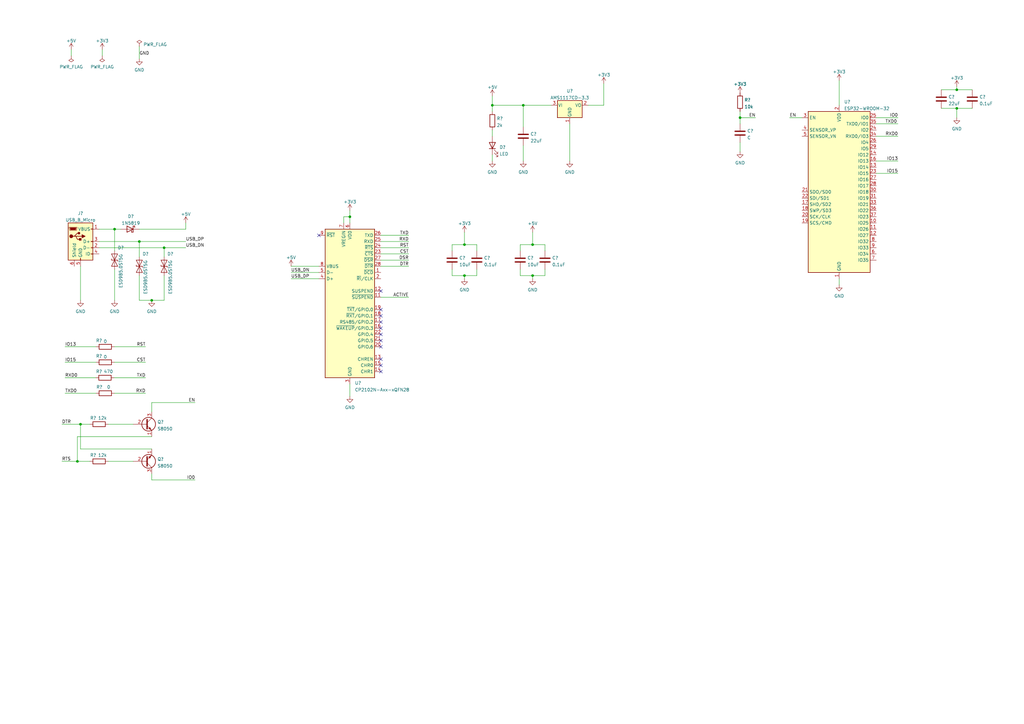
<source format=kicad_sch>
(kicad_sch (version 20211123) (generator eeschema)
  (paper "A3")
  (lib_symbols
    (symbol "Connector:USB_B_Micro" (pin_names (offset 1.016))
      (property "Reference" "J" (at -5.08 11.43 0))
      (property "Value" "USB_B_Micro" (at -5.08 8.89 0))
      (symbol "USB_B_Micro_0_1"
        (rectangle (start -5.08 -7.62) (end 5.08 7.62) (stroke (width 0.254)) (fill (type background)))
        (circle (center -3.81 2.159) (radius 0.635) (stroke (width 0.254)) (fill (type outline)))
        (circle (center -0.635 3.429) (radius 0.381) (stroke (width 0.254)) (fill (type outline)))
        (rectangle (start -0.127 -7.62) (end 0.127 -6.858))
        (polyline (pts (xy -1.905 2.159) (xy 0.635 2.159)) (stroke (width 0.254)))
        (polyline (pts (xy -3.175 2.159) (xy -2.54 2.159) (xy -1.27 3.429) (xy -0.635 3.429)) (stroke (width 0.254)))
        (polyline (pts (xy -2.54 2.159) (xy -1.905 2.159) (xy -1.27 0.889) (xy 0 0.889)) (stroke (width 0.254)))
        (polyline (pts (xy 0.635 2.794) (xy 0.635 1.524) (xy 1.905 2.159) (xy 0.635 2.794)) (stroke (width 0.254)) (fill (type outline)))
        (polyline (pts (xy -4.318 5.588) (xy -1.778 5.588) (xy -2.032 4.826) (xy -4.064 4.826) (xy -4.318 5.588)) (fill (type outline)))
        (polyline (pts (xy -4.699 5.842) (xy -4.699 5.588) (xy -4.445 4.826) (xy -4.445 4.572) (xy -1.651 4.572) (xy -1.651 4.826) (xy -1.397 5.588) (xy -1.397 5.842) (xy -4.699 5.842)))
        (rectangle (start 0.254 1.27) (end -0.508 0.508) (stroke (width 0.254)) (fill (type outline)))
        (rectangle (start 5.08 -5.207) (end 4.318 -4.953))
        (rectangle (start 5.08 -2.667) (end 4.318 -2.413))
        (rectangle (start 5.08 -0.127) (end 4.318 0.127))
        (rectangle (start 5.08 4.953) (end 4.318 5.207))
      )
      (symbol "USB_B_Micro_1_1"
        (pin power_out line (at 7.62 5.08 180) (length 2.54) (name "VBUS") (number "1"))
        (pin bidirectional line (at 7.62 -2.54 180) (length 2.54) (name "D-") (number "2"))
        (pin bidirectional line (at 7.62 0 180) (length 2.54) (name "D+") (number "3"))
        (pin passive line (at 7.62 -5.08 180) (length 2.54) (name "ID") (number "4"))
        (pin power_out line (at 0 -10.16 90) (length 2.54) (name "GND") (number "5"))
        (pin passive line (at -2.54 -10.16 90) (length 2.54) (name "Shield") (number "6"))
      )
    )
    (symbol "Device:C" (pin_numbers hide) (pin_names (offset 0.254))
      (property "Reference" "C" (at 0.635 2.54 0))
      (property "Value" "C" (at 0.635 -2.54 0))
      (symbol "C_0_1"
        (polyline (pts (xy -2.032 -0.762) (xy 2.032 -0.762)) (stroke (width 0.508)))
        (polyline (pts (xy -2.032 0.762) (xy 2.032 0.762)) (stroke (width 0.508)))
      )
      (symbol "C_1_1"
        (pin passive line (at 0 3.81 270) (length 2.794) (name "~") (number "1"))
        (pin passive line (at 0 -3.81 90) (length 2.794) (name "~") (number "2"))
      )
    )
    (symbol "Device:LED" (pin_numbers hide) (pin_names (offset 1.016) hide)
      (property "Reference" "D" (at 0 2.54 0))
      (property "Value" "LED" (at 0 -2.54 0))
      (symbol "LED_0_1"
        (polyline (pts (xy -1.27 -1.27) (xy -1.27 1.27)) (stroke (width 0.254)))
        (polyline (pts (xy -1.27 0) (xy 1.27 0)))
        (polyline (pts (xy 1.27 -1.27) (xy 1.27 1.27) (xy -1.27 0) (xy 1.27 -1.27)) (stroke (width 0.254)))
        (polyline (pts (xy -3.048 -0.762) (xy -4.572 -2.286) (xy -3.81 -2.286) (xy -4.572 -2.286) (xy -4.572 -1.524)))
        (polyline (pts (xy -1.778 -0.762) (xy -3.302 -2.286) (xy -2.54 -2.286) (xy -3.302 -2.286) (xy -3.302 -1.524)))
      )
      (symbol "LED_1_1"
        (pin passive line (at -3.81 0 0) (length 2.54) (name "K") (number "1"))
        (pin passive line (at 3.81 0 180) (length 2.54) (name "A") (number "2"))
      )
    )
    (symbol "Device:R" (pin_numbers hide) (pin_names (offset 0))
      (property "Reference" "R" (at 2.032 0 90))
      (property "Value" "R" (at 0 0 90))
      (symbol "R_0_1"
        (rectangle (start -1.016 -2.54) (end 1.016 2.54) (stroke (width 0.254)))
      )
      (symbol "R_1_1"
        (pin passive line (at 0 3.81 270) (length 1.27) (name "~") (number "1"))
        (pin passive line (at 0 -3.81 90) (length 1.27) (name "~") (number "2"))
      )
    )
    (symbol "Diode:1N5819" (pin_numbers hide) (pin_names (offset 1.016) hide)
      (property "Reference" "D" (at 0 2.54 0))
      (property "Value" "1N5819" (at 0 -2.54 0))
      (symbol "1N5819_0_1"
        (polyline (pts (xy 1.27 0) (xy -1.27 0)))
        (polyline (pts (xy 1.27 1.27) (xy 1.27 -1.27) (xy -1.27 0) (xy 1.27 1.27)) (stroke (width 0.254)))
        (polyline (pts (xy -1.905 0.635) (xy -1.905 1.27) (xy -1.27 1.27) (xy -1.27 -1.27) (xy -0.635 -1.27) (xy -0.635 -0.635)) (stroke (width 0.254)))
      )
      (symbol "1N5819_1_1"
        (pin passive line (at -3.81 0 0) (length 2.54) (name "K") (number "1"))
        (pin passive line (at 3.81 0 180) (length 2.54) (name "A") (number "2"))
      )
    )
    (symbol "Diode:ESD9B5.0ST5G" (pin_numbers hide) (pin_names (offset 1.016) hide)
      (property "Reference" "D" (at 0 2.54 0))
      (property "Value" "ESD9B5.0ST5G" (at 0 -2.54 0))
      (symbol "ESD9B5.0ST5G_0_1"
        (polyline (pts (xy 1.27 0) (xy -1.27 0)))
        (polyline (pts (xy -2.54 -1.27) (xy 0 0) (xy -2.54 1.27) (xy -2.54 -1.27)) (stroke (width 0.2032)))
        (polyline (pts (xy 0.508 1.27) (xy 0 1.27) (xy 0 -1.27) (xy -0.508 -1.27)) (stroke (width 0.2032)))
        (polyline (pts (xy 2.54 1.27) (xy 2.54 -1.27) (xy 0 0) (xy 2.54 1.27)) (stroke (width 0.2032)))
      )
      (symbol "ESD9B5.0ST5G_1_1"
        (pin passive line (at -3.81 0 0) (length 2.54) (name "A1") (number "1"))
        (pin passive line (at 3.81 0 180) (length 2.54) (name "A2") (number "2"))
      )
    )
    (symbol "Interface_USB:CP2102N-Axx-xQFN28"
      (property "Reference" "U" (at -8.89 31.75 0))
      (property "Value" "CP2102N-Axx-xQFN28" (at 12.7 31.75 0))
      (symbol "CP2102N-Axx-xQFN28_0_1"
        (rectangle (start -10.16 30.48) (end 10.16 -30.48) (stroke (width 0.254)) (fill (type background)))
      )
      (symbol "CP2102N-Axx-xQFN28_1_1"
        (pin input line (at 12.7 12.7 180) (length 2.54) (name "~{DCD}") (number "1"))
        (pin no_connect line (at -10.16 -27.94 0) (length 2.54) hide (name "NC") (number "10"))
        (pin output line (at 12.7 2.54 180) (length 2.54) (name "~{SUSPEND}") (number "11"))
        (pin output line (at 12.7 5.08 180) (length 2.54) (name "SUSPEND") (number "12"))
        (pin output line (at 12.7 -22.86 180) (length 2.54) (name "CHREN") (number "13"))
        (pin output line (at 12.7 -27.94 180) (length 2.54) (name "CHR1") (number "14"))
        (pin output line (at 12.7 -25.4 180) (length 2.54) (name "CHR0") (number "15"))
        (pin bidirectional line (at 12.7 -10.16 180) (length 2.54) (name "~{WAKEUP}/GPIO.3") (number "16"))
        (pin bidirectional line (at 12.7 -7.62 180) (length 2.54) (name "RS485/GPIO.2") (number "17"))
        (pin bidirectional line (at 12.7 -5.08 180) (length 2.54) (name "~{RXT}/GPIO.1") (number "18"))
        (pin bidirectional line (at 12.7 -2.54 180) (length 2.54) (name "~{TXT}/GPIO.0") (number "19"))
        (pin bidirectional line (at 12.7 10.16 180) (length 2.54) (name "~{RI}/CLK") (number "2"))
        (pin bidirectional line (at 12.7 -17.78 180) (length 2.54) (name "GPIO.6") (number "20"))
        (pin bidirectional line (at 12.7 -15.24 180) (length 2.54) (name "GPIO.5") (number "21"))
        (pin bidirectional line (at 12.7 -12.7 180) (length 2.54) (name "GPIO.4") (number "22"))
        (pin input line (at 12.7 20.32 180) (length 2.54) (name "~{CTS}") (number "23"))
        (pin output line (at 12.7 22.86 180) (length 2.54) (name "~{RTS}") (number "24"))
        (pin input line (at 12.7 25.4 180) (length 2.54) (name "RXD") (number "25"))
        (pin output line (at 12.7 27.94 180) (length 2.54) (name "TXD") (number "26"))
        (pin input line (at 12.7 17.78 180) (length 2.54) (name "~{DSR}") (number "27"))
        (pin output line (at 12.7 15.24 180) (length 2.54) (name "~{DTR}") (number "28"))
        (pin passive line (at 0 -33.02 90) (length 2.54) hide (name "GND") (number "29"))
        (pin power_in line (at 0 -33.02 90) (length 2.54) (name "GND") (number "3"))
        (pin bidirectional line (at -12.7 10.16 0) (length 2.54) (name "D+") (number "4"))
        (pin bidirectional line (at -12.7 12.7 0) (length 2.54) (name "D-") (number "5"))
        (pin power_in line (at 0 33.02 270) (length 2.54) (name "VDD") (number "6"))
        (pin power_in line (at -2.54 33.02 270) (length 2.54) (name "VREGIN") (number "7"))
        (pin input line (at -12.7 15.24 0) (length 2.54) (name "VBUS") (number "8"))
        (pin input line (at -12.7 27.94 0) (length 2.54) (name "~{RST}") (number "9"))
      )
    )
    (symbol "RF_Module:ESP32-WROOM-32"
      (property "Reference" "U" (at -12.7 34.29 0))
      (property "Value" "ESP32-WROOM-32" (at 1.27 34.29 0))
      (symbol "ESP32-WROOM-32_0_1"
        (rectangle (start -12.7 33.02) (end 12.7 -33.02) (stroke (width 0.254)) (fill (type background)))
      )
      (symbol "ESP32-WROOM-32_1_1"
        (pin power_in line (at 0 -35.56 90) (length 2.54) (name "GND") (number "1"))
        (pin bidirectional line (at 15.24 -12.7 180) (length 2.54) (name "IO25") (number "10"))
        (pin bidirectional line (at 15.24 -15.24 180) (length 2.54) (name "IO26") (number "11"))
        (pin bidirectional line (at 15.24 -17.78 180) (length 2.54) (name "IO27") (number "12"))
        (pin bidirectional line (at 15.24 10.16 180) (length 2.54) (name "IO14") (number "13"))
        (pin bidirectional line (at 15.24 15.24 180) (length 2.54) (name "IO12") (number "14"))
        (pin passive line (at 0 -35.56 90) (length 2.54) hide (name "GND") (number "15"))
        (pin bidirectional line (at 15.24 12.7 180) (length 2.54) (name "IO13") (number "16"))
        (pin bidirectional line (at -15.24 -5.08 0) (length 2.54) (name "SHD/SD2") (number "17"))
        (pin bidirectional line (at -15.24 -7.62 0) (length 2.54) (name "SWP/SD3") (number "18"))
        (pin bidirectional line (at -15.24 -12.7 0) (length 2.54) (name "SCS/CMD") (number "19"))
        (pin power_in line (at 0 35.56 270) (length 2.54) (name "VDD") (number "2"))
        (pin bidirectional line (at -15.24 -10.16 0) (length 2.54) (name "SCK/CLK") (number "20"))
        (pin bidirectional line (at -15.24 0 0) (length 2.54) (name "SDO/SD0") (number "21"))
        (pin bidirectional line (at -15.24 -2.54 0) (length 2.54) (name "SDI/SD1") (number "22"))
        (pin bidirectional line (at 15.24 7.62 180) (length 2.54) (name "IO15") (number "23"))
        (pin bidirectional line (at 15.24 25.4 180) (length 2.54) (name "IO2") (number "24"))
        (pin bidirectional line (at 15.24 30.48 180) (length 2.54) (name "IO0") (number "25"))
        (pin bidirectional line (at 15.24 20.32 180) (length 2.54) (name "IO4") (number "26"))
        (pin bidirectional line (at 15.24 5.08 180) (length 2.54) (name "IO16") (number "27"))
        (pin bidirectional line (at 15.24 2.54 180) (length 2.54) (name "IO17") (number "28"))
        (pin bidirectional line (at 15.24 17.78 180) (length 2.54) (name "IO5") (number "29"))
        (pin input line (at -15.24 30.48 0) (length 2.54) (name "EN") (number "3"))
        (pin bidirectional line (at 15.24 0 180) (length 2.54) (name "IO18") (number "30"))
        (pin bidirectional line (at 15.24 -2.54 180) (length 2.54) (name "IO19") (number "31"))
        (pin no_connect line (at -12.7 -27.94 0) (length 2.54) hide (name "NC") (number "32"))
        (pin bidirectional line (at 15.24 -5.08 180) (length 2.54) (name "IO21") (number "33"))
        (pin bidirectional line (at 15.24 22.86 180) (length 2.54) (name "RXD0/IO3") (number "34"))
        (pin bidirectional line (at 15.24 27.94 180) (length 2.54) (name "TXD0/IO1") (number "35"))
        (pin bidirectional line (at 15.24 -7.62 180) (length 2.54) (name "IO22") (number "36"))
        (pin bidirectional line (at 15.24 -10.16 180) (length 2.54) (name "IO23") (number "37"))
        (pin passive line (at 0 -35.56 90) (length 2.54) hide (name "GND") (number "38"))
        (pin passive line (at 0 -35.56 90) (length 2.54) hide (name "GND") (number "39"))
        (pin input line (at -15.24 25.4 0) (length 2.54) (name "SENSOR_VP") (number "4"))
        (pin input line (at -15.24 22.86 0) (length 2.54) (name "SENSOR_VN") (number "5"))
        (pin input line (at 15.24 -25.4 180) (length 2.54) (name "IO34") (number "6"))
        (pin input line (at 15.24 -27.94 180) (length 2.54) (name "IO35") (number "7"))
        (pin bidirectional line (at 15.24 -20.32 180) (length 2.54) (name "IO32") (number "8"))
        (pin bidirectional line (at 15.24 -22.86 180) (length 2.54) (name "IO33") (number "9"))
      )
    )
    (symbol "Regulator_Linear:AMS1117CD-3.3" (pin_names (offset 0.254))
      (property "Reference" "U" (at -3.81 3.175 0))
      (property "Value" "AMS1117CD-3.3" (at 0 3.175 0))
      (symbol "AMS1117CD-3.3_0_1"
        (rectangle (start -5.08 -5.08) (end 5.08 1.905) (stroke (width 0.254)) (fill (type background)))
      )
      (symbol "AMS1117CD-3.3_1_1"
        (pin power_in line (at 0 -7.62 90) (length 2.54) (name "GND") (number "1"))
        (pin power_out line (at 7.62 0 180) (length 2.54) (name "VO") (number "2"))
        (pin power_in line (at -7.62 0 0) (length 2.54) (name "VI") (number "3"))
      )
    )
    (symbol "Transistor_BJT:S8050" (pin_names (offset 0) hide)
      (property "Reference" "Q" (at 5.08 1.905 0))
      (property "Value" "S8050" (at 5.08 0 0))
      (symbol "S8050_0_1"
        (polyline (pts (xy 0 0) (xy 0.635 0)))
        (polyline (pts (xy 0.635 0.635) (xy 2.54 2.54)))
        (polyline (pts (xy 0.635 -0.635) (xy 2.54 -2.54) (xy 2.54 -2.54)))
        (polyline (pts (xy 0.635 1.905) (xy 0.635 -1.905) (xy 0.635 -1.905)) (stroke (width 0.508)))
        (polyline (pts (xy 1.27 -1.778) (xy 1.778 -1.27) (xy 2.286 -2.286) (xy 1.27 -1.778) (xy 1.27 -1.778)) (fill (type outline)))
        (circle (center 1.27 0) (radius 2.8194) (stroke (width 0.254)))
      )
      (symbol "S8050_1_1"
        (pin passive line (at 2.54 -5.08 90) (length 2.54) (name "E") (number "1"))
        (pin input line (at -5.08 0 0) (length 5.08) (name "B") (number "2"))
        (pin passive line (at 2.54 5.08 270) (length 2.54) (name "C") (number "3"))
      )
    )
    (symbol "power:+3.3V" (power) (pin_names (offset 0))
      (property "Value" "+3.3V" (at 0 3.556 0))
      (symbol "+3.3V_0_1"
        (polyline (pts (xy -0.762 1.27) (xy 0 2.54)))
        (polyline (pts (xy 0 0) (xy 0 2.54)))
        (polyline (pts (xy 0 2.54) (xy 0.762 1.27)))
      )
      (symbol "+3.3V_1_1"
        (pin power_in line (at 0 0 90) (length 0) hide (name "+3V3") (number "1"))
      )
    )
    (symbol "power:+5V" (power) (pin_names (offset 0))
      (property "Value" "+5V" (at 0 3.556 0))
      (symbol "+5V_0_1"
        (polyline (pts (xy -0.762 1.27) (xy 0 2.54)))
        (polyline (pts (xy 0 0) (xy 0 2.54)))
        (polyline (pts (xy 0 2.54) (xy 0.762 1.27)))
      )
      (symbol "+5V_1_1"
        (pin power_in line (at 0 0 90) (length 0) hide (name "+5V") (number "1"))
      )
    )
    (symbol "power:GND" (power) (pin_names (offset 0))
      (property "Value" "GND" (at 0 -3.81 0))
      (symbol "GND_0_1"
        (polyline (pts (xy 0 0) (xy 0 -1.27) (xy 1.27 -1.27) (xy 0 -2.54) (xy -1.27 -1.27) (xy 0 -1.27)))
      )
      (symbol "GND_1_1"
        (pin power_in line (at 0 0 270) (length 0) hide (name "GND") (number "1"))
      )
    )
    (symbol "power:PWR_FLAG" (power) (pin_numbers hide) (pin_names (offset 0) hide)
      (property "Value" "PWR_FLAG" (at 0 3.81 0))
      (symbol "PWR_FLAG_0_0"
        (pin power_out line (at 0 0 90) (length 0) (name "pwr") (number "1"))
      )
      (symbol "PWR_FLAG_0_1"
        (polyline (pts (xy 0 0) (xy 0 1.27) (xy -1.016 1.905) (xy 0 2.54) (xy 1.016 1.905) (xy 0 1.27)))
      )
    )
  )
  (junction (at 143.51 88.9))
  (junction (at 31.75 189.23))
  (junction (at 201.93 43.18))
  (junction (at 218.44 113.03))
  (junction (at 392.43 36.83))
  (junction (at 303.53 48.26))
  (junction (at 46.99 93.98))
  (junction (at 33.02 173.99))
  (junction (at 62.23 123.19))
  (junction (at 218.44 100.33))
  (junction (at 392.43 44.45))
  (junction (at 214.63 43.18))
  (junction (at 57.15 99.06))
  (junction (at 67.31 101.6))
  (junction (at 190.5 100.33))
  (junction (at 190.5 113.03))
  (no_connect (at 156.21 119.38))
  (no_connect (at 156.21 147.32))
  (no_connect (at 156.21 152.4))
  (no_connect (at 156.21 142.24))
  (no_connect (at 156.21 149.86))
  (no_connect (at 156.21 127))
  (no_connect (at 156.21 139.7))
  (no_connect (at 156.21 129.54))
  (no_connect (at 156.21 132.08))
  (no_connect (at 156.21 134.62))
  (no_connect (at 156.21 137.16))
  (no_connect (at 130.81 96.52))
  (wire (pts (xy 190.5 113.03) (xy 190.5 114.3)))
  (wire (pts (xy 26.67 148.59) (xy 39.37 148.59)))
  (wire (pts (xy 46.99 93.98) (xy 49.53 93.98)))
  (wire (pts (xy 303.53 48.26) (xy 303.53 50.8)))
  (wire (pts (xy 140.97 88.9) (xy 143.51 88.9)))
  (wire (pts (xy 156.21 96.52) (xy 167.64 96.52)))
  (wire (pts (xy 25.4 189.23) (xy 31.75 189.23)))
  (wire (pts (xy 201.93 63.5) (xy 201.93 66.04)))
  (wire (pts (xy 218.44 113.03) (xy 218.44 114.3)))
  (wire (pts (xy 62.23 184.15) (xy 33.02 184.15)))
  (wire (pts (xy 29.21 20.32) (xy 29.21 22.86)))
  (wire (pts (xy 303.53 45.72) (xy 303.53 48.26)))
  (wire (pts (xy 62.23 165.1) (xy 80.01 165.1)))
  (wire (pts (xy 185.42 100.33) (xy 190.5 100.33)))
  (wire (pts (xy 57.15 19.05) (xy 57.15 24.13)))
  (wire (pts (xy 26.67 161.29) (xy 39.37 161.29)))
  (wire (pts (xy 201.93 39.37) (xy 201.93 43.18)))
  (wire (pts (xy 359.41 55.88) (xy 368.3 55.88)))
  (wire (pts (xy 44.45 189.23) (xy 54.61 189.23)))
  (wire (pts (xy 386.08 44.45) (xy 392.43 44.45)))
  (wire (pts (xy 143.51 86.36) (xy 143.51 88.9)))
  (wire (pts (xy 67.31 113.03) (xy 67.31 123.19)))
  (wire (pts (xy 26.67 142.24) (xy 39.37 142.24)))
  (wire (pts (xy 218.44 100.33) (xy 223.52 100.33)))
  (wire (pts (xy 31.75 189.23) (xy 36.83 189.23)))
  (wire (pts (xy 62.23 165.1) (xy 62.23 168.91)))
  (wire (pts (xy 247.65 34.29) (xy 247.65 43.18)))
  (wire (pts (xy 67.31 101.6) (xy 67.31 105.41)))
  (wire (pts (xy 57.15 113.03) (xy 57.15 123.19)))
  (wire (pts (xy 25.4 173.99) (xy 33.02 173.99)))
  (wire (pts (xy 223.52 113.03) (xy 223.52 110.49)))
  (wire (pts (xy 201.93 43.18) (xy 201.93 45.72)))
  (wire (pts (xy 40.64 101.6) (xy 67.31 101.6)))
  (wire (pts (xy 140.97 91.44) (xy 140.97 88.9)))
  (wire (pts (xy 185.42 110.49) (xy 185.42 113.03)))
  (wire (pts (xy 190.5 113.03) (xy 195.58 113.03)))
  (wire (pts (xy 392.43 36.83) (xy 398.78 36.83)))
  (wire (pts (xy 359.41 66.04) (xy 368.3 66.04)))
  (wire (pts (xy 223.52 100.33) (xy 223.52 102.87)))
  (wire (pts (xy 392.43 36.83) (xy 392.43 35.56)))
  (wire (pts (xy 26.67 154.94) (xy 39.2456 154.94)))
  (wire (pts (xy 143.51 157.48) (xy 143.51 162.56)))
  (wire (pts (xy 156.21 106.68) (xy 167.64 106.68)))
  (wire (pts (xy 185.42 102.87) (xy 185.42 100.33)))
  (wire (pts (xy 119.38 111.76) (xy 130.81 111.76)))
  (wire (pts (xy 213.36 110.49) (xy 213.36 113.03)))
  (wire (pts (xy 303.53 48.26) (xy 309.88 48.26)))
  (wire (pts (xy 359.41 71.12) (xy 368.3 71.12)))
  (wire (pts (xy 46.99 110.49) (xy 46.99 123.19)))
  (wire (pts (xy 67.31 123.19) (xy 62.23 123.19)))
  (wire (pts (xy 213.36 100.33) (xy 218.44 100.33)))
  (wire (pts (xy 46.99 148.59) (xy 59.69 148.59)))
  (wire (pts (xy 76.2 91.44) (xy 76.2 93.98)))
  (wire (pts (xy 201.93 43.18) (xy 214.63 43.18)))
  (wire (pts (xy 57.15 93.98) (xy 76.2 93.98)))
  (wire (pts (xy 218.44 113.03) (xy 223.52 113.03)))
  (wire (pts (xy 233.68 50.8) (xy 233.68 66.04)))
  (wire (pts (xy 33.02 109.22) (xy 33.02 123.19)))
  (wire (pts (xy 40.64 99.06) (xy 57.15 99.06)))
  (wire (pts (xy 62.23 196.85) (xy 80.01 196.85)))
  (wire (pts (xy 156.21 109.22) (xy 167.64 109.22)))
  (wire (pts (xy 213.36 102.87) (xy 213.36 100.33)))
  (wire (pts (xy 185.42 113.03) (xy 190.5 113.03)))
  (wire (pts (xy 195.58 113.03) (xy 195.58 110.49)))
  (wire (pts (xy 156.21 99.06) (xy 167.64 99.06)))
  (wire (pts (xy 323.85 48.26) (xy 328.93 48.26)))
  (wire (pts (xy 143.51 88.9) (xy 143.51 91.44)))
  (wire (pts (xy 57.15 99.06) (xy 76.2 99.06)))
  (wire (pts (xy 241.3 43.18) (xy 247.65 43.18)))
  (wire (pts (xy 359.41 48.26) (xy 368.3 48.26)))
  (wire (pts (xy 359.41 50.8) (xy 368.3 50.8)))
  (wire (pts (xy 214.63 43.18) (xy 214.63 52.07)))
  (wire (pts (xy 33.02 184.15) (xy 33.02 173.99)))
  (wire (pts (xy 156.21 101.6) (xy 167.64 101.6)))
  (wire (pts (xy 344.17 33.02) (xy 344.17 43.18)))
  (wire (pts (xy 190.5 100.33) (xy 195.58 100.33)))
  (wire (pts (xy 218.44 95.25) (xy 218.44 100.33)))
  (wire (pts (xy 31.75 189.23) (xy 31.75 179.07)))
  (wire (pts (xy 62.23 194.31) (xy 62.23 196.85)))
  (wire (pts (xy 46.99 142.24) (xy 59.69 142.24)))
  (wire (pts (xy 57.15 123.19) (xy 62.23 123.19)))
  (wire (pts (xy 41.91 20.32) (xy 41.91 22.86)))
  (wire (pts (xy 119.38 114.3) (xy 130.81 114.3)))
  (wire (pts (xy 344.17 114.3) (xy 344.17 116.84)))
  (wire (pts (xy 190.5 95.25) (xy 190.5 100.33)))
  (wire (pts (xy 214.63 43.18) (xy 226.06 43.18)))
  (wire (pts (xy 213.36 113.03) (xy 218.44 113.03)))
  (wire (pts (xy 214.63 59.69) (xy 214.63 66.04)))
  (wire (pts (xy 201.93 53.34) (xy 201.93 55.88)))
  (wire (pts (xy 392.43 44.45) (xy 398.78 44.45)))
  (wire (pts (xy 44.45 173.99) (xy 54.61 173.99)))
  (wire (pts (xy 40.64 93.98) (xy 46.99 93.98)))
  (wire (pts (xy 57.15 99.06) (xy 57.15 105.41)))
  (wire (pts (xy 46.8656 154.94) (xy 59.69 154.94)))
  (wire (pts (xy 31.75 179.07) (xy 62.23 179.07)))
  (wire (pts (xy 392.43 44.45) (xy 392.43 48.26)))
  (wire (pts (xy 156.21 104.14) (xy 167.64 104.14)))
  (wire (pts (xy 386.08 36.83) (xy 392.43 36.83)))
  (wire (pts (xy 303.53 58.42) (xy 303.53 62.23)))
  (wire (pts (xy 67.31 101.6) (xy 76.2 101.6)))
  (wire (pts (xy 46.99 161.29) (xy 59.69 161.29)))
  (wire (pts (xy 195.58 100.33) (xy 195.58 102.87)))
  (wire (pts (xy 119.38 109.22) (xy 130.81 109.22)))
  (wire (pts (xy 46.99 102.87) (xy 46.99 93.98)))
  (wire (pts (xy 33.02 173.99) (xy 36.83 173.99)))
  (wire (pts (xy 156.21 121.92) (xy 167.64 121.92)))
  (label "ACTIVE" (at 167.64 121.92 180))
  (label "EN" (at 309.88 48.26 180))
  (label "RST" (at 167.64 101.6 180))
  (label "GND" (at 57.15 22.86 0))
  (label "EN" (at 80.01 165.1 180))
  (label "IO15" (at 26.67 148.59 0))
  (label "IO13" (at 26.67 142.24 0))
  (label "RXD" (at 59.69 161.29 180))
  (label "USB_DN" (at 76.2 101.6 0))
  (label "RXD" (at 167.64 99.06 180))
  (label "TXD0" (at 367.9203 50.8 180))
  (label "USB_DP" (at 119.38 114.3 0))
  (label "CST" (at 167.64 104.14 180))
  (label "DSR" (at 167.64 106.68 180))
  (label "DTR" (at 167.64 109.22 180))
  (label "CST" (at 59.69 148.59 180))
  (label "IO0" (at 80.01 196.85 180))
  (label "EN" (at 323.85 48.26 0))
  (label "TXD" (at 59.69 154.94 180))
  (label "TXD" (at 167.64 96.52 180))
  (label "IO15" (at 368.3 71.12 180))
  (label "TXD0" (at 26.67 161.29 0))
  (label "DTR" (at 25.4 173.99 0))
  (label "RXD0" (at 368.3 55.88 180))
  (label "RTS" (at 25.4 189.23 0))
  (label "RST" (at 59.69 142.24 180))
  (label "IO0" (at 368.3 48.26 180))
  (label "USB_DP" (at 76.2 99.06 0))
  (label "IO13" (at 368.3 66.04 180))
  (label "RXD0" (at 26.67 154.94 0))
  (label "USB_DN" (at 119.38 111.76 0))
  (symbol (lib_id "Transistor_BJT:S8050") (at 59.69 173.99 0) (unit 1)
    (property "Reference" "Q?" (at 64.5414 173.0815 0) (effects (justify left)))
    (property "Value" "S8050" (at 64.5414 175.8566 0) (effects (justify left)))
    (property "Footprint" "Package_TO_SOT_THT:TO-92_Inline" (effects hide))
    (property "Datasheet" "http://www.unisonic.com.tw/datasheet/S8050.pdf" (effects hide))
  )
  (symbol (lib_id "power:GND") (at 201.93 66.04 0) (unit 1)
    (property "Reference" "#PWR0107" (effects hide))
    (property "Value" "GND" (at 201.93 70.6025 0))
  )
  (symbol (lib_id "power:+3.3V") (at 190.5 95.25 0) (unit 1)
    (property "Reference" "#PWR?" (effects hide))
    (property "Value" "+3.3V" (at 190.5 91.6455 0))
  )
  (symbol (lib_id "Diode:ESD9B5.0ST5G") (at 57.15 109.22 90) (unit 1)
    (property "Reference" "D?" (at 58.42 104.14 90) (effects (justify right)))
    (property "Value" "ESD9B5.0ST5G" (at 59.69 106.68 0) (effects (justify right)))
    (property "Footprint" "Diode_SMD:D_SOD-923" (effects hide))
    (property "Datasheet" "https://www.onsemi.com/pub/Collateral/ESD9B-D.PDF" (effects hide))
  )
  (symbol (lib_id "Device:R") (at 43.18 148.59 90) (unit 1)
    (property "Reference" "R?" (at 40.64 146.05 90))
    (property "Value" "0" (at 43.18 146.3826 90))
  )
  (symbol (lib_id "RF_Module:ESP32-WROOM-32") (at 344.17 78.74 0) (unit 1)
    (property "Reference" "U?" (at 346.1894 41.7535 0) (effects (justify left)))
    (property "Value" "ESP32-WROOM-32" (at 346.1894 44.5286 0) (effects (justify left)))
    (property "Footprint" "RF_Module:ESP32-WROOM-32" (effects hide))
    (property "Datasheet" "https://www.espressif.com/sites/default/files/documentation/esp32-wroom-32_datasheet_en.pdf" (effects hide))
  )
  (symbol (lib_id "power:+5V") (at 76.2 91.44 0) (unit 1)
    (property "Reference" "#PWR?" (effects hide))
    (property "Value" "+5V" (at 76.2 87.8355 0))
  )
  (symbol (lib_id "Device:R") (at 40.64 189.23 90) (unit 1)
    (property "Reference" "R?" (at 38.2244 186.69 90))
    (property "Value" "12k" (at 42.0344 186.69 90))
  )
  (symbol (lib_id "Transistor_BJT:S8050") (at 59.69 189.23 0) (mirror x) (unit 1)
    (property "Reference" "Q?" (at 64.5414 188.3215 0) (effects (justify left)))
    (property "Value" "S8050" (at 64.5414 191.0966 0) (effects (justify left)))
    (property "Footprint" "Package_TO_SOT_THT:TO-92_Inline" (effects hide))
    (property "Datasheet" "http://www.unisonic.com.tw/datasheet/S8050.pdf" (effects hide))
  )
  (symbol (lib_id "power:+5V") (at 119.38 109.22 0) (unit 1)
    (property "Reference" "#PWR?" (effects hide))
    (property "Value" "+5V" (at 119.38 105.6155 0))
  )
  (symbol (lib_id "Device:R") (at 43.18 161.29 90) (unit 1)
    (property "Reference" "R?" (at 40.7644 158.75 90))
    (property "Value" "0" (at 44.5744 158.75 90))
  )
  (symbol (lib_id "Diode:1N5819") (at 53.34 93.98 0) (mirror y) (unit 1)
    (property "Reference" "D?" (at 53.6575 88.7435 0))
    (property "Value" "1N5819" (at 53.6575 91.5186 0))
    (property "Footprint" "Diode_THT:D_DO-41_SOD81_P10.16mm_Horizontal" (effects hide))
    (property "Datasheet" "http://www.vishay.com/docs/88525/1n5817.pdf" (effects hide))
  )
  (symbol (lib_id "power:PWR_FLAG") (at 29.21 22.86 180) (unit 1)
    (property "Reference" "#FLG0102" (effects hide))
    (property "Value" "PWR_FLAG" (at 29.21 27.4225 0))
  )
  (symbol (lib_id "Device:C") (at 398.78 40.64 0) (unit 1)
    (property "Reference" "C?" (at 401.701 39.7315 0) (effects (justify left)))
    (property "Value" "0.1uF" (at 401.701 42.5066 0) (effects (justify left)))
  )
  (symbol (lib_id "power:GND") (at 214.63 66.04 0) (unit 1)
    (property "Reference" "#PWR0106" (effects hide))
    (property "Value" "GND" (at 214.63 70.6025 0))
  )
  (symbol (lib_id "Device:C") (at 214.63 55.88 0) (unit 1)
    (property "Reference" "C?" (at 217.551 54.9715 0) (effects (justify left)))
    (property "Value" "22uF" (at 217.551 57.7466 0) (effects (justify left)))
  )
  (symbol (lib_id "power:+3.3V") (at 344.17 33.02 0) (unit 1)
    (property "Reference" "#PWR?" (effects hide))
    (property "Value" "+3.3V" (at 344.17 29.4155 0))
  )
  (symbol (lib_id "Device:C") (at 185.42 106.68 0) (unit 1)
    (property "Reference" "C?" (at 188.341 105.7715 0) (effects (justify left)))
    (property "Value" "10uF" (at 188.341 108.5466 0) (effects (justify left)))
  )
  (symbol (lib_id "Diode:ESD9B5.0ST5G") (at 46.99 106.68 90) (unit 1)
    (property "Reference" "D?" (at 48.26 101.6 90) (effects (justify right)))
    (property "Value" "ESD9B5.0ST5G" (at 49.53 104.14 0) (effects (justify right)))
    (property "Footprint" "Diode_SMD:D_SOD-923" (effects hide))
    (property "Datasheet" "https://www.onsemi.com/pub/Collateral/ESD9B-D.PDF" (effects hide))
  )
  (symbol (lib_id "power:GND") (at 46.99 123.19 0) (unit 1)
    (property "Reference" "#PWR?" (effects hide))
    (property "Value" "GND" (at 46.99 127.7525 0))
  )
  (symbol (lib_id "power:GND") (at 218.44 114.3 0) (unit 1)
    (property "Reference" "#PWR?" (effects hide))
    (property "Value" "GND" (at 218.44 118.8625 0))
  )
  (symbol (lib_id "power:GND") (at 57.15 24.13 0) (unit 1)
    (property "Reference" "#PWR0105" (effects hide))
    (property "Value" "GND" (at 57.15 28.6925 0))
  )
  (symbol (lib_id "Device:C") (at 195.58 106.68 0) (unit 1)
    (property "Reference" "C?" (at 198.501 105.7715 0) (effects (justify left)))
    (property "Value" "0.1uF" (at 198.501 108.5466 0) (effects (justify left)))
  )
  (symbol (lib_id "Device:C") (at 303.53 54.61 0) (unit 1)
    (property "Reference" "C?" (at 306.451 53.7015 0) (effects (justify left)))
    (property "Value" "C" (at 306.451 56.4766 0) (effects (justify left)))
  )
  (symbol (lib_id "Device:R") (at 40.64 173.99 90) (unit 1)
    (property "Reference" "R?" (at 38.2244 171.45 90))
    (property "Value" "12k" (at 42.0344 171.45 90))
  )
  (symbol (lib_id "power:+3.3V") (at 392.43 35.56 0) (unit 1)
    (property "Reference" "#PWR?" (effects hide))
    (property "Value" "+3.3V" (at 392.43 31.9555 0))
  )
  (symbol (lib_id "power:+5V") (at 201.93 39.37 0) (unit 1)
    (property "Reference" "#PWR0104" (effects hide))
    (property "Value" "+5V" (at 201.93 35.7655 0))
  )
  (symbol (lib_id "Device:R") (at 201.93 49.53 0) (unit 1)
    (property "Reference" "R?" (at 203.708 48.6215 0) (effects (justify left)))
    (property "Value" "2k" (at 203.708 51.3966 0) (effects (justify left)))
  )
  (symbol (lib_id "power:GND") (at 33.02 123.19 0) (unit 1)
    (property "Reference" "#PWR0101" (effects hide))
    (property "Value" "GND" (at 33.02 127.7525 0))
  )
  (symbol (lib_id "power:PWR_FLAG") (at 41.91 22.86 180) (unit 1)
    (property "Reference" "#FLG0103" (effects hide))
    (property "Value" "PWR_FLAG" (at 41.91 27.4225 0))
  )
  (symbol (lib_id "power:GND") (at 303.53 62.23 0) (unit 1)
    (property "Reference" "#PWR?" (effects hide))
    (property "Value" "GND" (at 303.53 66.7925 0))
  )
  (symbol (lib_id "power:GND") (at 344.17 116.84 0) (unit 1)
    (property "Reference" "#PWR?" (effects hide))
    (property "Value" "GND" (at 344.17 121.4025 0))
  )
  (symbol (lib_id "Device:LED") (at 201.93 59.69 90) (unit 1)
    (property "Reference" "D?" (at 204.851 60.369 90) (effects (justify right)))
    (property "Value" "LED" (at 204.851 63.1441 90) (effects (justify right)))
  )
  (symbol (lib_id "Interface_USB:CP2102N-Axx-xQFN28") (at 143.51 124.46 0) (unit 1)
    (property "Reference" "U?" (at 145.5294 157.0895 0) (effects (justify left)))
    (property "Value" "CP2102N-Axx-xQFN28" (at 145.5294 159.8646 0) (effects (justify left)))
    (property "Footprint" "Package_DFN_QFN:QFN-28-1EP_5x5mm_P0.5mm_EP3.35x3.35mm" (effects hide))
    (property "Datasheet" "https://www.silabs.com/documents/public/data-sheets/cp2102n-datasheet.pdf" (effects hide))
  )
  (symbol (lib_id "power:+5V") (at 218.44 95.25 0) (unit 1)
    (property "Reference" "#PWR?" (effects hide))
    (property "Value" "+5V" (at 218.44 91.6455 0))
  )
  (symbol (lib_id "Device:C") (at 223.52 106.68 0) (unit 1)
    (property "Reference" "C?" (at 226.441 105.7715 0) (effects (justify left)))
    (property "Value" "0.1uF" (at 226.441 108.5466 0) (effects (justify left)))
  )
  (symbol (lib_id "Device:R") (at 303.53 41.91 0) (unit 1)
    (property "Reference" "R?" (at 305.308 41.0015 0) (effects (justify left)))
    (property "Value" "10k" (at 305.308 43.7766 0) (effects (justify left)))
  )
  (symbol (lib_id "power:+3.3V") (at 41.91 20.32 0) (unit 1)
    (property "Reference" "#PWR0109" (effects hide))
    (property "Value" "+3.3V" (at 41.91 16.7155 0))
  )
  (symbol (lib_id "power:GND") (at 143.51 162.56 0) (unit 1)
    (property "Reference" "#PWR?" (effects hide))
    (property "Value" "GND" (at 143.51 167.1225 0))
  )
  (symbol (lib_id "power:+5V") (at 29.21 20.32 0) (unit 1)
    (property "Reference" "#PWR0108" (effects hide))
    (property "Value" "+5V" (at 29.21 16.7155 0))
  )
  (symbol (lib_id "Device:R") (at 43.0556 154.94 90) (unit 1)
    (property "Reference" "R?" (at 40.64 152.4 90))
    (property "Value" "470" (at 44.45 152.4 90))
  )
  (symbol (lib_id "power:GND") (at 190.5 114.3 0) (unit 1)
    (property "Reference" "#PWR?" (effects hide))
    (property "Value" "GND" (at 190.5 118.8625 0))
  )
  (symbol (lib_id "Diode:ESD9B5.0ST5G") (at 67.31 109.22 90) (unit 1)
    (property "Reference" "D?" (at 68.58 104.14 90) (effects (justify right)))
    (property "Value" "ESD9B5.0ST5G" (at 69.85 106.68 0) (effects (justify right)))
    (property "Footprint" "Diode_SMD:D_SOD-923" (effects hide))
    (property "Datasheet" "https://www.onsemi.com/pub/Collateral/ESD9B-D.PDF" (effects hide))
  )
  (symbol (lib_id "Device:C") (at 386.08 40.64 0) (unit 1)
    (property "Reference" "C?" (at 389.001 39.7315 0) (effects (justify left)))
    (property "Value" "22uF" (at 389.001 42.5066 0) (effects (justify left)))
  )
  (symbol (lib_id "Device:R") (at 43.18 142.24 90) (unit 1)
    (property "Reference" "R?" (at 40.64 139.7 90))
    (property "Value" "0" (at 43.18 140.0326 90))
  )
  (symbol (lib_id "Device:C") (at 213.36 106.68 0) (unit 1)
    (property "Reference" "C?" (at 216.281 105.7715 0) (effects (justify left)))
    (property "Value" "10uF" (at 216.281 108.5466 0) (effects (justify left)))
  )
  (symbol (lib_id "Connector:USB_B_Micro") (at 33.02 99.06 0) (unit 1)
    (property "Reference" "J?" (at 33.02 87.4735 0))
    (property "Value" "USB_B_Micro" (at 33.02 90.2486 0))
  )
  (symbol (lib_id "power:+3.3V") (at 247.65 34.29 0) (unit 1)
    (property "Reference" "#PWR0103" (effects hide))
    (property "Value" "+3.3V" (at 247.65 30.6855 0))
  )
  (symbol (lib_id "power:GND") (at 392.43 48.26 0) (unit 1)
    (property "Reference" "#PWR?" (effects hide))
    (property "Value" "GND" (at 392.43 52.8225 0))
  )
  (symbol (lib_id "power:GND") (at 62.23 123.19 0) (unit 1)
    (property "Reference" "#PWR?" (effects hide))
    (property "Value" "GND" (at 62.23 127.7525 0))
  )
  (symbol (lib_id "Regulator_Linear:AMS1117CD-3.3") (at 233.68 43.18 0) (unit 1)
    (property "Reference" "U?" (at 233.68 37.3085 0))
    (property "Value" "AMS1117CD-3.3" (at 233.68 40.0836 0))
    (property "Footprint" "Package_TO_SOT_SMD:TO-252-3_TabPin2" (effects hide))
    (property "Datasheet" "http://www.advanced-monolithic.com/pdf/ds1117.pdf" (effects hide))
  )
  (symbol (lib_id "power:+3.3V") (at 303.53 38.1 0) (unit 1)
    (property "Reference" "#PWR?" (effects hide))
    (property "Value" "+3.3V" (at 303.53 34.4955 0))
  )
  (symbol (lib_id "power:PWR_FLAG") (at 57.15 19.05 0) (unit 1)
    (property "Reference" "#FLG0101" (effects hide))
    (property "Value" "PWR_FLAG" (at 58.801 18.259 0) (effects (justify left)))
  )
  (symbol (lib_id "power:+3.3V") (at 143.51 86.36 0) (unit 1)
    (property "Reference" "#PWR?" (effects hide))
    (property "Value" "+3.3V" (at 143.51 82.7555 0))
  )
  (symbol (lib_id "power:GND") (at 233.68 66.04 0) (unit 1)
    (property "Reference" "#PWR0102" (effects hide))
    (property "Value" "GND" (at 233.68 70.6025 0))
  )
)
</source>
